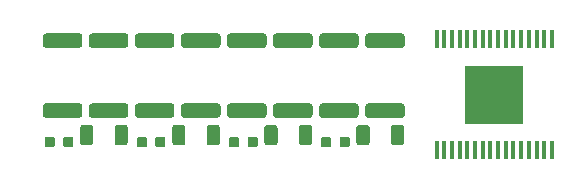
<source format=gbp>
G04 #@! TF.GenerationSoftware,KiCad,Pcbnew,7.0.9*
G04 #@! TF.CreationDate,2024-03-27T02:29:44+03:00*
G04 #@! TF.ProjectId,hellen1-mcz33810,68656c6c-656e-4312-9d6d-637a33333831,rev?*
G04 #@! TF.SameCoordinates,PX507b070PY4a65690*
G04 #@! TF.FileFunction,Paste,Bot*
G04 #@! TF.FilePolarity,Positive*
%FSLAX46Y46*%
G04 Gerber Fmt 4.6, Leading zero omitted, Abs format (unit mm)*
G04 Created by KiCad (PCBNEW 7.0.9) date 2024-03-27 02:29:44*
%MOMM*%
%LPD*%
G01*
G04 APERTURE LIST*
%ADD10R,0.431800X1.600200*%
%ADD11R,4.953000X4.953000*%
G04 APERTURE END LIST*
G04 #@! TO.C,C809*
G36*
G01*
X24194999Y1970000D02*
X24194999Y2650000D01*
G75*
G02*
X24279999Y2735000I85000J0D01*
G01*
X24959999Y2735000D01*
G75*
G02*
X25044999Y2650000I0J-85000D01*
G01*
X25044999Y1970000D01*
G75*
G02*
X24959999Y1885000I-85000J0D01*
G01*
X24279999Y1885000D01*
G75*
G02*
X24194999Y1970000I0J85000D01*
G01*
G37*
G36*
G01*
X25775001Y1970000D02*
X25775001Y2650000D01*
G75*
G02*
X25860001Y2735000I85000J0D01*
G01*
X26540001Y2735000D01*
G75*
G02*
X26625001Y2650000I0J-85000D01*
G01*
X26625001Y1970000D01*
G75*
G02*
X26540001Y1885000I-85000J0D01*
G01*
X25860001Y1885000D01*
G75*
G02*
X25775001Y1970000I0J85000D01*
G01*
G37*
G04 #@! TD*
G04 #@! TO.C,R812*
G36*
G01*
X28185000Y11522500D02*
X31035000Y11522500D01*
G75*
G02*
X31285000Y11272500I0J-250000D01*
G01*
X31285000Y10547500D01*
G75*
G02*
X31035000Y10297500I-250000J0D01*
G01*
X28185000Y10297500D01*
G75*
G02*
X27935000Y10547500I0J250000D01*
G01*
X27935000Y11272500D01*
G75*
G02*
X28185000Y11522500I250000J0D01*
G01*
G37*
G36*
G01*
X28185000Y5597500D02*
X31035000Y5597500D01*
G75*
G02*
X31285000Y5347500I0J-250000D01*
G01*
X31285000Y4622500D01*
G75*
G02*
X31035000Y4372500I-250000J0D01*
G01*
X28185000Y4372500D01*
G75*
G02*
X27935000Y4622500I0J250000D01*
G01*
X27935000Y5347500D01*
G75*
G02*
X28185000Y5597500I250000J0D01*
G01*
G37*
G04 #@! TD*
G04 #@! TO.C,C807*
G36*
G01*
X8594999Y1970000D02*
X8594999Y2650000D01*
G75*
G02*
X8679999Y2735000I85000J0D01*
G01*
X9359999Y2735000D01*
G75*
G02*
X9444999Y2650000I0J-85000D01*
G01*
X9444999Y1970000D01*
G75*
G02*
X9359999Y1885000I-85000J0D01*
G01*
X8679999Y1885000D01*
G75*
G02*
X8594999Y1970000I0J85000D01*
G01*
G37*
G36*
G01*
X10175001Y1970000D02*
X10175001Y2650000D01*
G75*
G02*
X10260001Y2735000I85000J0D01*
G01*
X10940001Y2735000D01*
G75*
G02*
X11025001Y2650000I0J-85000D01*
G01*
X11025001Y1970000D01*
G75*
G02*
X10940001Y1885000I-85000J0D01*
G01*
X10260001Y1885000D01*
G75*
G02*
X10175001Y1970000I0J85000D01*
G01*
G37*
G04 #@! TD*
G04 #@! TO.C,R815*
G36*
G01*
X8685000Y11522500D02*
X11535000Y11522500D01*
G75*
G02*
X11785000Y11272500I0J-250000D01*
G01*
X11785000Y10547500D01*
G75*
G02*
X11535000Y10297500I-250000J0D01*
G01*
X8685000Y10297500D01*
G75*
G02*
X8435000Y10547500I0J250000D01*
G01*
X8435000Y11272500D01*
G75*
G02*
X8685000Y11522500I250000J0D01*
G01*
G37*
G36*
G01*
X8685000Y5597500D02*
X11535000Y5597500D01*
G75*
G02*
X11785000Y5347500I0J-250000D01*
G01*
X11785000Y4622500D01*
G75*
G02*
X11535000Y4372500I-250000J0D01*
G01*
X8685000Y4372500D01*
G75*
G02*
X8435000Y4622500I0J250000D01*
G01*
X8435000Y5347500D01*
G75*
G02*
X8685000Y5597500I250000J0D01*
G01*
G37*
G04 #@! TD*
G04 #@! TO.C,R806*
G36*
G01*
X4785000Y11522500D02*
X7635000Y11522500D01*
G75*
G02*
X7885000Y11272500I0J-250000D01*
G01*
X7885000Y10547500D01*
G75*
G02*
X7635000Y10297500I-250000J0D01*
G01*
X4785000Y10297500D01*
G75*
G02*
X4535000Y10547500I0J250000D01*
G01*
X4535000Y11272500D01*
G75*
G02*
X4785000Y11522500I250000J0D01*
G01*
G37*
G36*
G01*
X4785000Y5597500D02*
X7635000Y5597500D01*
G75*
G02*
X7885000Y5347500I0J-250000D01*
G01*
X7885000Y4622500D01*
G75*
G02*
X7635000Y4372500I-250000J0D01*
G01*
X4785000Y4372500D01*
G75*
G02*
X4535000Y4622500I0J250000D01*
G01*
X4535000Y5347500D01*
G75*
G02*
X4785000Y5597500I250000J0D01*
G01*
G37*
G04 #@! TD*
G04 #@! TO.C,R813*
G36*
G01*
X27185000Y2285000D02*
X27185000Y3535000D01*
G75*
G02*
X27435000Y3785000I250000J0D01*
G01*
X28060000Y3785000D01*
G75*
G02*
X28310000Y3535000I0J-250000D01*
G01*
X28310000Y2285000D01*
G75*
G02*
X28060000Y2035000I-250000J0D01*
G01*
X27435000Y2035000D01*
G75*
G02*
X27185000Y2285000I0J250000D01*
G01*
G37*
G36*
G01*
X30110000Y2285000D02*
X30110000Y3535000D01*
G75*
G02*
X30360000Y3785000I250000J0D01*
G01*
X30985000Y3785000D01*
G75*
G02*
X31235000Y3535000I0J-250000D01*
G01*
X31235000Y2285000D01*
G75*
G02*
X30985000Y2035000I-250000J0D01*
G01*
X30360000Y2035000D01*
G75*
G02*
X30110000Y2285000I0J250000D01*
G01*
G37*
G04 #@! TD*
G04 #@! TO.C,C808*
G36*
G01*
X16394999Y1970000D02*
X16394999Y2650000D01*
G75*
G02*
X16479999Y2735000I85000J0D01*
G01*
X17159999Y2735000D01*
G75*
G02*
X17244999Y2650000I0J-85000D01*
G01*
X17244999Y1970000D01*
G75*
G02*
X17159999Y1885000I-85000J0D01*
G01*
X16479999Y1885000D01*
G75*
G02*
X16394999Y1970000I0J85000D01*
G01*
G37*
G36*
G01*
X17975001Y1970000D02*
X17975001Y2650000D01*
G75*
G02*
X18060001Y2735000I85000J0D01*
G01*
X18740001Y2735000D01*
G75*
G02*
X18825001Y2650000I0J-85000D01*
G01*
X18825001Y1970000D01*
G75*
G02*
X18740001Y1885000I-85000J0D01*
G01*
X18060001Y1885000D01*
G75*
G02*
X17975001Y1970000I0J85000D01*
G01*
G37*
G04 #@! TD*
G04 #@! TO.C,C806*
G36*
G01*
X794999Y1970000D02*
X794999Y2650000D01*
G75*
G02*
X879999Y2735000I85000J0D01*
G01*
X1559999Y2735000D01*
G75*
G02*
X1644999Y2650000I0J-85000D01*
G01*
X1644999Y1970000D01*
G75*
G02*
X1559999Y1885000I-85000J0D01*
G01*
X879999Y1885000D01*
G75*
G02*
X794999Y1970000I0J85000D01*
G01*
G37*
G36*
G01*
X2375001Y1970000D02*
X2375001Y2650000D01*
G75*
G02*
X2460001Y2735000I85000J0D01*
G01*
X3140001Y2735000D01*
G75*
G02*
X3225001Y2650000I0J-85000D01*
G01*
X3225001Y1970000D01*
G75*
G02*
X3140001Y1885000I-85000J0D01*
G01*
X2460001Y1885000D01*
G75*
G02*
X2375001Y1970000I0J85000D01*
G01*
G37*
G04 #@! TD*
D10*
G04 #@! TO.C,U801*
X33983200Y11009000D03*
X34643600Y11009000D03*
X35278600Y11009000D03*
X35939000Y11009000D03*
X36574000Y11009000D03*
X37234400Y11009000D03*
X37894800Y11009000D03*
X38529800Y11009000D03*
X39190200Y11009000D03*
X39825200Y11009000D03*
X40485600Y11009000D03*
X41146000Y11009000D03*
X41781000Y11009000D03*
X42441400Y11009000D03*
X43076400Y11009000D03*
X43736800Y11009000D03*
X43736800Y1611000D03*
X43076400Y1611000D03*
X42441400Y1611000D03*
X41781000Y1611000D03*
X41146000Y1611000D03*
X40485600Y1611000D03*
X39825200Y1611000D03*
X39190200Y1611000D03*
X38529800Y1611000D03*
X37894800Y1611000D03*
X37234400Y1611000D03*
X36574000Y1611000D03*
X35939000Y1611000D03*
X35278600Y1611000D03*
X34643600Y1611000D03*
X33983200Y1611000D03*
D11*
X38860000Y6310000D03*
G04 #@! TD*
G04 #@! TO.C,R816*
G36*
G01*
X16485000Y11522500D02*
X19335000Y11522500D01*
G75*
G02*
X19585000Y11272500I0J-250000D01*
G01*
X19585000Y10547500D01*
G75*
G02*
X19335000Y10297500I-250000J0D01*
G01*
X16485000Y10297500D01*
G75*
G02*
X16235000Y10547500I0J250000D01*
G01*
X16235000Y11272500D01*
G75*
G02*
X16485000Y11522500I250000J0D01*
G01*
G37*
G36*
G01*
X16485000Y5597500D02*
X19335000Y5597500D01*
G75*
G02*
X19585000Y5347500I0J-250000D01*
G01*
X19585000Y4622500D01*
G75*
G02*
X19335000Y4372500I-250000J0D01*
G01*
X16485000Y4372500D01*
G75*
G02*
X16235000Y4622500I0J250000D01*
G01*
X16235000Y5347500D01*
G75*
G02*
X16485000Y5597500I250000J0D01*
G01*
G37*
G04 #@! TD*
G04 #@! TO.C,R808*
G36*
G01*
X12585000Y11522500D02*
X15435000Y11522500D01*
G75*
G02*
X15685000Y11272500I0J-250000D01*
G01*
X15685000Y10547500D01*
G75*
G02*
X15435000Y10297500I-250000J0D01*
G01*
X12585000Y10297500D01*
G75*
G02*
X12335000Y10547500I0J250000D01*
G01*
X12335000Y11272500D01*
G75*
G02*
X12585000Y11522500I250000J0D01*
G01*
G37*
G36*
G01*
X12585000Y5597500D02*
X15435000Y5597500D01*
G75*
G02*
X15685000Y5347500I0J-250000D01*
G01*
X15685000Y4622500D01*
G75*
G02*
X15435000Y4372500I-250000J0D01*
G01*
X12585000Y4372500D01*
G75*
G02*
X12335000Y4622500I0J250000D01*
G01*
X12335000Y5347500D01*
G75*
G02*
X12585000Y5597500I250000J0D01*
G01*
G37*
G04 #@! TD*
G04 #@! TO.C,R814*
G36*
G01*
X885000Y11522500D02*
X3735000Y11522500D01*
G75*
G02*
X3985000Y11272500I0J-250000D01*
G01*
X3985000Y10547500D01*
G75*
G02*
X3735000Y10297500I-250000J0D01*
G01*
X885000Y10297500D01*
G75*
G02*
X635000Y10547500I0J250000D01*
G01*
X635000Y11272500D01*
G75*
G02*
X885000Y11522500I250000J0D01*
G01*
G37*
G36*
G01*
X885000Y5597500D02*
X3735000Y5597500D01*
G75*
G02*
X3985000Y5347500I0J-250000D01*
G01*
X3985000Y4622500D01*
G75*
G02*
X3735000Y4372500I-250000J0D01*
G01*
X885000Y4372500D01*
G75*
G02*
X635000Y4622500I0J250000D01*
G01*
X635000Y5347500D01*
G75*
G02*
X885000Y5597500I250000J0D01*
G01*
G37*
G04 #@! TD*
G04 #@! TO.C,R809*
G36*
G01*
X11585000Y2285000D02*
X11585000Y3535000D01*
G75*
G02*
X11835000Y3785000I250000J0D01*
G01*
X12460000Y3785000D01*
G75*
G02*
X12710000Y3535000I0J-250000D01*
G01*
X12710000Y2285000D01*
G75*
G02*
X12460000Y2035000I-250000J0D01*
G01*
X11835000Y2035000D01*
G75*
G02*
X11585000Y2285000I0J250000D01*
G01*
G37*
G36*
G01*
X14510000Y2285000D02*
X14510000Y3535000D01*
G75*
G02*
X14760000Y3785000I250000J0D01*
G01*
X15385000Y3785000D01*
G75*
G02*
X15635000Y3535000I0J-250000D01*
G01*
X15635000Y2285000D01*
G75*
G02*
X15385000Y2035000I-250000J0D01*
G01*
X14760000Y2035000D01*
G75*
G02*
X14510000Y2285000I0J250000D01*
G01*
G37*
G04 #@! TD*
G04 #@! TO.C,R810*
G36*
G01*
X20385000Y11522500D02*
X23235000Y11522500D01*
G75*
G02*
X23485000Y11272500I0J-250000D01*
G01*
X23485000Y10547500D01*
G75*
G02*
X23235000Y10297500I-250000J0D01*
G01*
X20385000Y10297500D01*
G75*
G02*
X20135000Y10547500I0J250000D01*
G01*
X20135000Y11272500D01*
G75*
G02*
X20385000Y11522500I250000J0D01*
G01*
G37*
G36*
G01*
X20385000Y5597500D02*
X23235000Y5597500D01*
G75*
G02*
X23485000Y5347500I0J-250000D01*
G01*
X23485000Y4622500D01*
G75*
G02*
X23235000Y4372500I-250000J0D01*
G01*
X20385000Y4372500D01*
G75*
G02*
X20135000Y4622500I0J250000D01*
G01*
X20135000Y5347500D01*
G75*
G02*
X20385000Y5597500I250000J0D01*
G01*
G37*
G04 #@! TD*
G04 #@! TO.C,R807*
G36*
G01*
X3785000Y2285000D02*
X3785000Y3535000D01*
G75*
G02*
X4035000Y3785000I250000J0D01*
G01*
X4660000Y3785000D01*
G75*
G02*
X4910000Y3535000I0J-250000D01*
G01*
X4910000Y2285000D01*
G75*
G02*
X4660000Y2035000I-250000J0D01*
G01*
X4035000Y2035000D01*
G75*
G02*
X3785000Y2285000I0J250000D01*
G01*
G37*
G36*
G01*
X6710000Y2285000D02*
X6710000Y3535000D01*
G75*
G02*
X6960000Y3785000I250000J0D01*
G01*
X7585000Y3785000D01*
G75*
G02*
X7835000Y3535000I0J-250000D01*
G01*
X7835000Y2285000D01*
G75*
G02*
X7585000Y2035000I-250000J0D01*
G01*
X6960000Y2035000D01*
G75*
G02*
X6710000Y2285000I0J250000D01*
G01*
G37*
G04 #@! TD*
G04 #@! TO.C,R817*
G36*
G01*
X24285000Y11522500D02*
X27135000Y11522500D01*
G75*
G02*
X27385000Y11272500I0J-250000D01*
G01*
X27385000Y10547500D01*
G75*
G02*
X27135000Y10297500I-250000J0D01*
G01*
X24285000Y10297500D01*
G75*
G02*
X24035000Y10547500I0J250000D01*
G01*
X24035000Y11272500D01*
G75*
G02*
X24285000Y11522500I250000J0D01*
G01*
G37*
G36*
G01*
X24285000Y5597500D02*
X27135000Y5597500D01*
G75*
G02*
X27385000Y5347500I0J-250000D01*
G01*
X27385000Y4622500D01*
G75*
G02*
X27135000Y4372500I-250000J0D01*
G01*
X24285000Y4372500D01*
G75*
G02*
X24035000Y4622500I0J250000D01*
G01*
X24035000Y5347500D01*
G75*
G02*
X24285000Y5597500I250000J0D01*
G01*
G37*
G04 #@! TD*
G04 #@! TO.C,R811*
G36*
G01*
X19385000Y2285000D02*
X19385000Y3535000D01*
G75*
G02*
X19635000Y3785000I250000J0D01*
G01*
X20260000Y3785000D01*
G75*
G02*
X20510000Y3535000I0J-250000D01*
G01*
X20510000Y2285000D01*
G75*
G02*
X20260000Y2035000I-250000J0D01*
G01*
X19635000Y2035000D01*
G75*
G02*
X19385000Y2285000I0J250000D01*
G01*
G37*
G36*
G01*
X22310000Y2285000D02*
X22310000Y3535000D01*
G75*
G02*
X22560000Y3785000I250000J0D01*
G01*
X23185000Y3785000D01*
G75*
G02*
X23435000Y3535000I0J-250000D01*
G01*
X23435000Y2285000D01*
G75*
G02*
X23185000Y2035000I-250000J0D01*
G01*
X22560000Y2035000D01*
G75*
G02*
X22310000Y2285000I0J250000D01*
G01*
G37*
G04 #@! TD*
M02*

</source>
